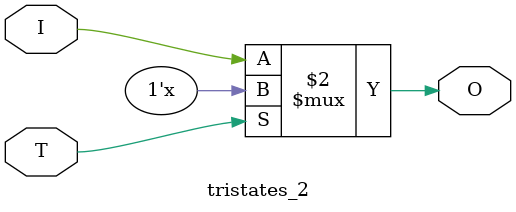
<source format=v>
module tristates_2 (T, I, O);
input  T, I;
output O;

assign O = (~T) ? I: 1'bZ;

endmodule

</source>
